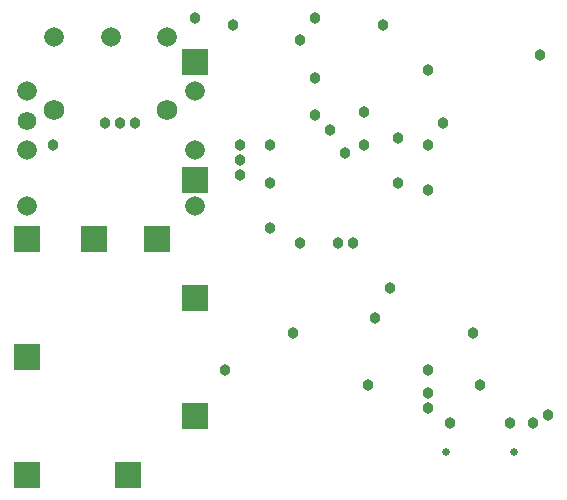
<source format=gbs>
G04*
G04 #@! TF.GenerationSoftware,Altium Limited,Altium Designer,22.2.1 (43)*
G04*
G04 Layer_Color=16711935*
%FSLAX25Y25*%
%MOIN*%
G70*
G04*
G04 #@! TF.SameCoordinates,1C25F414-B9C3-4C75-A36B-C8DD24576EA7*
G04*
G04*
G04 #@! TF.FilePolarity,Negative*
G04*
G01*
G75*
%ADD44C,0.02559*%
%ADD45C,0.06902*%
%ADD46C,0.06147*%
%ADD47C,0.06540*%
%ADD48R,0.08674X0.08674*%
%ADD49C,0.03800*%
D44*
X156122Y25256D02*
D03*
X178878D02*
D03*
D45*
X63189Y139154D02*
D03*
X25394D02*
D03*
D46*
X16240Y135610D02*
D03*
D47*
Y145453D02*
D03*
Y125768D02*
D03*
Y107264D02*
D03*
X25394Y163563D02*
D03*
X44291D02*
D03*
X63189D02*
D03*
X72342Y145453D02*
D03*
Y125768D02*
D03*
Y107264D02*
D03*
D48*
X16240Y96240D02*
D03*
Y56870D02*
D03*
Y17500D02*
D03*
X38583Y96240D02*
D03*
X50000Y17500D02*
D03*
X59842Y96240D02*
D03*
X72342Y37185D02*
D03*
Y76555D02*
D03*
Y115925D02*
D03*
Y155295D02*
D03*
D49*
X190000Y37500D02*
D03*
X97500Y115000D02*
D03*
X25000Y127500D02*
D03*
X128645Y138550D02*
D03*
X128816Y127500D02*
D03*
X112438Y137438D02*
D03*
X150000Y112500D02*
D03*
X112500Y170000D02*
D03*
X122500Y125000D02*
D03*
X117500Y132500D02*
D03*
X120000Y95000D02*
D03*
X132500Y70000D02*
D03*
X107500Y95000D02*
D03*
X150000Y127500D02*
D03*
X140000Y130000D02*
D03*
X155000Y135000D02*
D03*
X187500Y157500D02*
D03*
X150000Y152500D02*
D03*
X135000Y167500D02*
D03*
X107500Y162500D02*
D03*
X112500Y150000D02*
D03*
X165000Y65000D02*
D03*
X177500Y35000D02*
D03*
X157500D02*
D03*
X185000D02*
D03*
X150000Y40000D02*
D03*
X167500Y47500D02*
D03*
X150000Y52500D02*
D03*
Y45000D02*
D03*
X140000Y115000D02*
D03*
X125000Y95000D02*
D03*
X137500Y80000D02*
D03*
X130000Y47500D02*
D03*
X82500Y52500D02*
D03*
X105000Y65000D02*
D03*
X87500Y127500D02*
D03*
X97500Y127650D02*
D03*
X52500Y135000D02*
D03*
X72500Y169850D02*
D03*
X47500Y135000D02*
D03*
X87500Y117500D02*
D03*
X42500Y135000D02*
D03*
X87500Y122500D02*
D03*
X85150Y167500D02*
D03*
X97500Y100000D02*
D03*
M02*

</source>
